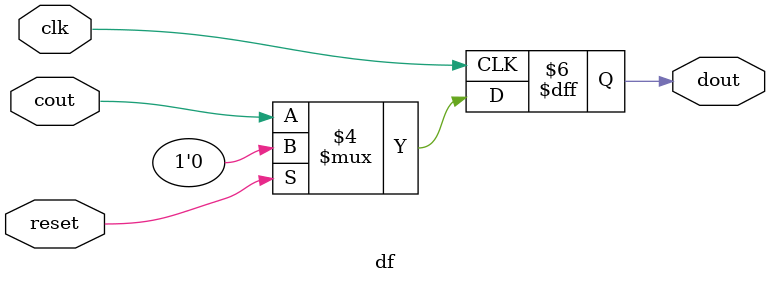
<source format=v>

module df (
    input reset, clk, cout,
    output reg dout
);
    always @(posedge clk) begin
        if (reset == 1) dout <= 0;
        else dout <= cout;
    end
endmodule

</source>
